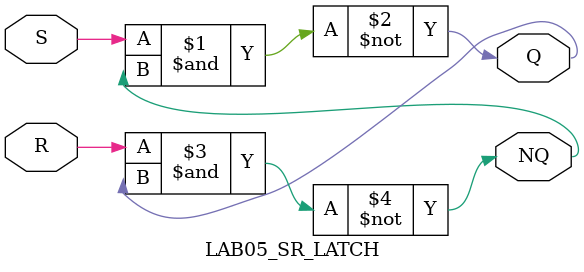
<source format=v>
module LAB05_SR_LATCH(S,R,Q,NQ);
 input S, R;
 output Q, NQ;
 

 //SR Latch 설계
 assign Q = ~(S&NQ);
 assign NQ = ~(R&Q);


endmodule


</source>
